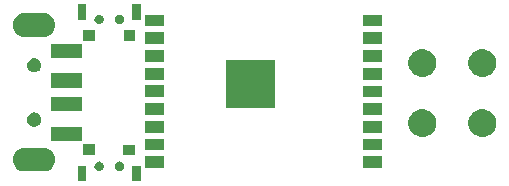
<source format=gbr>
G04 #@! TF.GenerationSoftware,KiCad,Pcbnew,(5.1.4)-1*
G04 #@! TF.CreationDate,2020-10-17T14:20:49+02:00*
G04 #@! TF.ProjectId,Long range deauther,4c6f6e67-2072-4616-9e67-652064656175,rev?*
G04 #@! TF.SameCoordinates,Original*
G04 #@! TF.FileFunction,Soldermask,Top*
G04 #@! TF.FilePolarity,Negative*
%FSLAX46Y46*%
G04 Gerber Fmt 4.6, Leading zero omitted, Abs format (unit mm)*
G04 Created by KiCad (PCBNEW (5.1.4)-1) date 2020-10-17 14:20:49*
%MOMM*%
%LPD*%
G04 APERTURE LIST*
%ADD10C,0.100000*%
G04 APERTURE END LIST*
D10*
G36*
X137601000Y-90461000D02*
G01*
X136899000Y-90461000D01*
X136899000Y-89159000D01*
X137601000Y-89159000D01*
X137601000Y-90461000D01*
X137601000Y-90461000D01*
G37*
G36*
X133001000Y-90461000D02*
G01*
X132299000Y-90461000D01*
X132299000Y-89159000D01*
X133001000Y-89159000D01*
X133001000Y-90461000D01*
X133001000Y-90461000D01*
G37*
G36*
X129577468Y-87669883D02*
G01*
X129766162Y-87727123D01*
X129940055Y-87820071D01*
X130092479Y-87945161D01*
X130217569Y-88097585D01*
X130310517Y-88271478D01*
X130310518Y-88271481D01*
X130321172Y-88306604D01*
X130367757Y-88460172D01*
X130387083Y-88656400D01*
X130367757Y-88852628D01*
X130310517Y-89041322D01*
X130217569Y-89215215D01*
X130092479Y-89367639D01*
X129940055Y-89492729D01*
X129766162Y-89585677D01*
X129577468Y-89642917D01*
X129430415Y-89657400D01*
X127732065Y-89657400D01*
X127585012Y-89642917D01*
X127396318Y-89585677D01*
X127222425Y-89492729D01*
X127070001Y-89367639D01*
X126944911Y-89215215D01*
X126851963Y-89041322D01*
X126794723Y-88852628D01*
X126775397Y-88656400D01*
X126794723Y-88460172D01*
X126841308Y-88306604D01*
X126851962Y-88271481D01*
X126851963Y-88271478D01*
X126944911Y-88097585D01*
X127070001Y-87945161D01*
X127222425Y-87820071D01*
X127396318Y-87727123D01*
X127585012Y-87669883D01*
X127732065Y-87655400D01*
X129430415Y-87655400D01*
X129577468Y-87669883D01*
X129577468Y-87669883D01*
G37*
G36*
X135878231Y-88816705D02*
G01*
X135916967Y-88824410D01*
X135947195Y-88836931D01*
X135989944Y-88854638D01*
X136055622Y-88898523D01*
X136111477Y-88954378D01*
X136155362Y-89020056D01*
X136185590Y-89093034D01*
X136201000Y-89170504D01*
X136201000Y-89249496D01*
X136185590Y-89326966D01*
X136155362Y-89399944D01*
X136111477Y-89465622D01*
X136055622Y-89521477D01*
X135989944Y-89565362D01*
X135947195Y-89583069D01*
X135916967Y-89595590D01*
X135878231Y-89603295D01*
X135839496Y-89611000D01*
X135760504Y-89611000D01*
X135721769Y-89603295D01*
X135683033Y-89595590D01*
X135652805Y-89583069D01*
X135610056Y-89565362D01*
X135544378Y-89521477D01*
X135488523Y-89465622D01*
X135444638Y-89399944D01*
X135414410Y-89326966D01*
X135399000Y-89249496D01*
X135399000Y-89170504D01*
X135414410Y-89093034D01*
X135444638Y-89020056D01*
X135488523Y-88954378D01*
X135544378Y-88898523D01*
X135610056Y-88854638D01*
X135652805Y-88836931D01*
X135683033Y-88824410D01*
X135721769Y-88816705D01*
X135760504Y-88809000D01*
X135839496Y-88809000D01*
X135878231Y-88816705D01*
X135878231Y-88816705D01*
G37*
G36*
X134178231Y-88816705D02*
G01*
X134216967Y-88824410D01*
X134247195Y-88836931D01*
X134289944Y-88854638D01*
X134355622Y-88898523D01*
X134411477Y-88954378D01*
X134455362Y-89020056D01*
X134485590Y-89093034D01*
X134501000Y-89170504D01*
X134501000Y-89249496D01*
X134485590Y-89326966D01*
X134455362Y-89399944D01*
X134411477Y-89465622D01*
X134355622Y-89521477D01*
X134289944Y-89565362D01*
X134247195Y-89583069D01*
X134216967Y-89595590D01*
X134178231Y-89603295D01*
X134139496Y-89611000D01*
X134060504Y-89611000D01*
X134021769Y-89603295D01*
X133983033Y-89595590D01*
X133952805Y-89583069D01*
X133910056Y-89565362D01*
X133844378Y-89521477D01*
X133788523Y-89465622D01*
X133744638Y-89399944D01*
X133714410Y-89326966D01*
X133699000Y-89249496D01*
X133699000Y-89170504D01*
X133714410Y-89093034D01*
X133744638Y-89020056D01*
X133788523Y-88954378D01*
X133844378Y-88898523D01*
X133910056Y-88854638D01*
X133952805Y-88836931D01*
X133983033Y-88824410D01*
X134021769Y-88816705D01*
X134060504Y-88809000D01*
X134139496Y-88809000D01*
X134178231Y-88816705D01*
X134178231Y-88816705D01*
G37*
G36*
X158051000Y-89381000D02*
G01*
X156449000Y-89381000D01*
X156449000Y-88379000D01*
X158051000Y-88379000D01*
X158051000Y-89381000D01*
X158051000Y-89381000D01*
G37*
G36*
X139591000Y-89371000D02*
G01*
X137989000Y-89371000D01*
X137989000Y-88369000D01*
X139591000Y-88369000D01*
X139591000Y-89371000D01*
X139591000Y-89371000D01*
G37*
G36*
X137151000Y-88281000D02*
G01*
X136149000Y-88281000D01*
X136149000Y-87379000D01*
X137151000Y-87379000D01*
X137151000Y-88281000D01*
X137151000Y-88281000D01*
G37*
G36*
X133741000Y-88271000D02*
G01*
X132739000Y-88271000D01*
X132739000Y-87369000D01*
X133741000Y-87369000D01*
X133741000Y-88271000D01*
X133741000Y-88271000D01*
G37*
G36*
X158051000Y-87881000D02*
G01*
X156449000Y-87881000D01*
X156449000Y-86879000D01*
X158051000Y-86879000D01*
X158051000Y-87881000D01*
X158051000Y-87881000D01*
G37*
G36*
X139591000Y-87871000D02*
G01*
X137989000Y-87871000D01*
X137989000Y-86869000D01*
X139591000Y-86869000D01*
X139591000Y-87871000D01*
X139591000Y-87871000D01*
G37*
G36*
X132632240Y-87057400D02*
G01*
X130030240Y-87057400D01*
X130030240Y-85855400D01*
X132632240Y-85855400D01*
X132632240Y-87057400D01*
X132632240Y-87057400D01*
G37*
G36*
X166725560Y-84393064D02*
G01*
X166877027Y-84423193D01*
X167091045Y-84511842D01*
X167091046Y-84511843D01*
X167283654Y-84640539D01*
X167447461Y-84804346D01*
X167493524Y-84873285D01*
X167576158Y-84996955D01*
X167664807Y-85210973D01*
X167710000Y-85438174D01*
X167710000Y-85669826D01*
X167664807Y-85897027D01*
X167576158Y-86111045D01*
X167576157Y-86111046D01*
X167447461Y-86303654D01*
X167283654Y-86467461D01*
X167155249Y-86553258D01*
X167091045Y-86596158D01*
X166877027Y-86684807D01*
X166725560Y-86714936D01*
X166649827Y-86730000D01*
X166418173Y-86730000D01*
X166342440Y-86714936D01*
X166190973Y-86684807D01*
X165976955Y-86596158D01*
X165912751Y-86553258D01*
X165784346Y-86467461D01*
X165620539Y-86303654D01*
X165491843Y-86111046D01*
X165491842Y-86111045D01*
X165403193Y-85897027D01*
X165358000Y-85669826D01*
X165358000Y-85438174D01*
X165403193Y-85210973D01*
X165491842Y-84996955D01*
X165574476Y-84873285D01*
X165620539Y-84804346D01*
X165784346Y-84640539D01*
X165976954Y-84511843D01*
X165976955Y-84511842D01*
X166190973Y-84423193D01*
X166342440Y-84393064D01*
X166418173Y-84378000D01*
X166649827Y-84378000D01*
X166725560Y-84393064D01*
X166725560Y-84393064D01*
G37*
G36*
X161645560Y-84393064D02*
G01*
X161797027Y-84423193D01*
X162011045Y-84511842D01*
X162011046Y-84511843D01*
X162203654Y-84640539D01*
X162367461Y-84804346D01*
X162413524Y-84873285D01*
X162496158Y-84996955D01*
X162584807Y-85210973D01*
X162630000Y-85438174D01*
X162630000Y-85669826D01*
X162584807Y-85897027D01*
X162496158Y-86111045D01*
X162496157Y-86111046D01*
X162367461Y-86303654D01*
X162203654Y-86467461D01*
X162075249Y-86553258D01*
X162011045Y-86596158D01*
X161797027Y-86684807D01*
X161645560Y-86714936D01*
X161569827Y-86730000D01*
X161338173Y-86730000D01*
X161262440Y-86714936D01*
X161110973Y-86684807D01*
X160896955Y-86596158D01*
X160832751Y-86553258D01*
X160704346Y-86467461D01*
X160540539Y-86303654D01*
X160411843Y-86111046D01*
X160411842Y-86111045D01*
X160323193Y-85897027D01*
X160278000Y-85669826D01*
X160278000Y-85438174D01*
X160323193Y-85210973D01*
X160411842Y-84996955D01*
X160494476Y-84873285D01*
X160540539Y-84804346D01*
X160704346Y-84640539D01*
X160896954Y-84511843D01*
X160896955Y-84511842D01*
X161110973Y-84423193D01*
X161262440Y-84393064D01*
X161338173Y-84378000D01*
X161569827Y-84378000D01*
X161645560Y-84393064D01*
X161645560Y-84393064D01*
G37*
G36*
X158051000Y-86381000D02*
G01*
X156449000Y-86381000D01*
X156449000Y-85379000D01*
X158051000Y-85379000D01*
X158051000Y-86381000D01*
X158051000Y-86381000D01*
G37*
G36*
X139591000Y-86371000D02*
G01*
X137989000Y-86371000D01*
X137989000Y-85369000D01*
X139591000Y-85369000D01*
X139591000Y-86371000D01*
X139591000Y-86371000D01*
G37*
G36*
X128717841Y-84670797D02*
G01*
X128756545Y-84678496D01*
X128788580Y-84691765D01*
X128865920Y-84723800D01*
X128964355Y-84789573D01*
X129048067Y-84873285D01*
X129113840Y-84971720D01*
X129159144Y-85081096D01*
X129182240Y-85197205D01*
X129182240Y-85315595D01*
X129159144Y-85431704D01*
X129113840Y-85541080D01*
X129048067Y-85639515D01*
X128964355Y-85723227D01*
X128865920Y-85789000D01*
X128788580Y-85821035D01*
X128756545Y-85834304D01*
X128717841Y-85842003D01*
X128640435Y-85857400D01*
X128522045Y-85857400D01*
X128444639Y-85842003D01*
X128405935Y-85834304D01*
X128373900Y-85821035D01*
X128296560Y-85789000D01*
X128198125Y-85723227D01*
X128114413Y-85639515D01*
X128048640Y-85541080D01*
X128003336Y-85431704D01*
X127980240Y-85315595D01*
X127980240Y-85197205D01*
X128003336Y-85081096D01*
X128048640Y-84971720D01*
X128114413Y-84873285D01*
X128198125Y-84789573D01*
X128296560Y-84723800D01*
X128373900Y-84691765D01*
X128405935Y-84678496D01*
X128444639Y-84670797D01*
X128522045Y-84655400D01*
X128640435Y-84655400D01*
X128717841Y-84670797D01*
X128717841Y-84670797D01*
G37*
G36*
X158051000Y-84881000D02*
G01*
X156449000Y-84881000D01*
X156449000Y-83879000D01*
X158051000Y-83879000D01*
X158051000Y-84881000D01*
X158051000Y-84881000D01*
G37*
G36*
X139591000Y-84871000D02*
G01*
X137989000Y-84871000D01*
X137989000Y-83869000D01*
X139591000Y-83869000D01*
X139591000Y-84871000D01*
X139591000Y-84871000D01*
G37*
G36*
X132632240Y-84557400D02*
G01*
X130030240Y-84557400D01*
X130030240Y-83355400D01*
X132632240Y-83355400D01*
X132632240Y-84557400D01*
X132632240Y-84557400D01*
G37*
G36*
X148951000Y-84291000D02*
G01*
X144849000Y-84291000D01*
X144849000Y-80189000D01*
X148951000Y-80189000D01*
X148951000Y-84291000D01*
X148951000Y-84291000D01*
G37*
G36*
X158051000Y-83381000D02*
G01*
X156449000Y-83381000D01*
X156449000Y-82379000D01*
X158051000Y-82379000D01*
X158051000Y-83381000D01*
X158051000Y-83381000D01*
G37*
G36*
X139591000Y-83371000D02*
G01*
X137989000Y-83371000D01*
X137989000Y-82369000D01*
X139591000Y-82369000D01*
X139591000Y-83371000D01*
X139591000Y-83371000D01*
G37*
G36*
X132632240Y-82557400D02*
G01*
X130030240Y-82557400D01*
X130030240Y-81355400D01*
X132632240Y-81355400D01*
X132632240Y-82557400D01*
X132632240Y-82557400D01*
G37*
G36*
X158051000Y-81881000D02*
G01*
X156449000Y-81881000D01*
X156449000Y-80879000D01*
X158051000Y-80879000D01*
X158051000Y-81881000D01*
X158051000Y-81881000D01*
G37*
G36*
X139591000Y-81871000D02*
G01*
X137989000Y-81871000D01*
X137989000Y-80869000D01*
X139591000Y-80869000D01*
X139591000Y-81871000D01*
X139591000Y-81871000D01*
G37*
G36*
X166725560Y-79313064D02*
G01*
X166877027Y-79343193D01*
X167091045Y-79431842D01*
X167091046Y-79431843D01*
X167283654Y-79560539D01*
X167447461Y-79724346D01*
X167533258Y-79852751D01*
X167576158Y-79916955D01*
X167664807Y-80130973D01*
X167710000Y-80358174D01*
X167710000Y-80589826D01*
X167664807Y-80817027D01*
X167576158Y-81031045D01*
X167533258Y-81095249D01*
X167447461Y-81223654D01*
X167283654Y-81387461D01*
X167155249Y-81473258D01*
X167091045Y-81516158D01*
X166877027Y-81604807D01*
X166725560Y-81634936D01*
X166649827Y-81650000D01*
X166418173Y-81650000D01*
X166342440Y-81634936D01*
X166190973Y-81604807D01*
X165976955Y-81516158D01*
X165912751Y-81473258D01*
X165784346Y-81387461D01*
X165620539Y-81223654D01*
X165534742Y-81095249D01*
X165491842Y-81031045D01*
X165403193Y-80817027D01*
X165358000Y-80589826D01*
X165358000Y-80358174D01*
X165403193Y-80130973D01*
X165491842Y-79916955D01*
X165534742Y-79852751D01*
X165620539Y-79724346D01*
X165784346Y-79560539D01*
X165976954Y-79431843D01*
X165976955Y-79431842D01*
X166190973Y-79343193D01*
X166342440Y-79313064D01*
X166418173Y-79298000D01*
X166649827Y-79298000D01*
X166725560Y-79313064D01*
X166725560Y-79313064D01*
G37*
G36*
X161645560Y-79313064D02*
G01*
X161797027Y-79343193D01*
X162011045Y-79431842D01*
X162011046Y-79431843D01*
X162203654Y-79560539D01*
X162367461Y-79724346D01*
X162453258Y-79852751D01*
X162496158Y-79916955D01*
X162584807Y-80130973D01*
X162630000Y-80358174D01*
X162630000Y-80589826D01*
X162584807Y-80817027D01*
X162496158Y-81031045D01*
X162453258Y-81095249D01*
X162367461Y-81223654D01*
X162203654Y-81387461D01*
X162075249Y-81473258D01*
X162011045Y-81516158D01*
X161797027Y-81604807D01*
X161645560Y-81634936D01*
X161569827Y-81650000D01*
X161338173Y-81650000D01*
X161262440Y-81634936D01*
X161110973Y-81604807D01*
X160896955Y-81516158D01*
X160832751Y-81473258D01*
X160704346Y-81387461D01*
X160540539Y-81223654D01*
X160454742Y-81095249D01*
X160411842Y-81031045D01*
X160323193Y-80817027D01*
X160278000Y-80589826D01*
X160278000Y-80358174D01*
X160323193Y-80130973D01*
X160411842Y-79916955D01*
X160454742Y-79852751D01*
X160540539Y-79724346D01*
X160704346Y-79560539D01*
X160896954Y-79431843D01*
X160896955Y-79431842D01*
X161110973Y-79343193D01*
X161262440Y-79313064D01*
X161338173Y-79298000D01*
X161569827Y-79298000D01*
X161645560Y-79313064D01*
X161645560Y-79313064D01*
G37*
G36*
X128717841Y-80070797D02*
G01*
X128756545Y-80078496D01*
X128788580Y-80091765D01*
X128865920Y-80123800D01*
X128964355Y-80189573D01*
X129048067Y-80273285D01*
X129113840Y-80371720D01*
X129145875Y-80449060D01*
X129159144Y-80481095D01*
X129182240Y-80597207D01*
X129182240Y-80715593D01*
X129162064Y-80817027D01*
X129159144Y-80831704D01*
X129113840Y-80941080D01*
X129048067Y-81039515D01*
X128964355Y-81123227D01*
X128865920Y-81189000D01*
X128788580Y-81221035D01*
X128756545Y-81234304D01*
X128717841Y-81242003D01*
X128640435Y-81257400D01*
X128522045Y-81257400D01*
X128444639Y-81242003D01*
X128405935Y-81234304D01*
X128373900Y-81221035D01*
X128296560Y-81189000D01*
X128198125Y-81123227D01*
X128114413Y-81039515D01*
X128048640Y-80941080D01*
X128003336Y-80831704D01*
X128000417Y-80817027D01*
X127980240Y-80715593D01*
X127980240Y-80597207D01*
X128003336Y-80481095D01*
X128016605Y-80449060D01*
X128048640Y-80371720D01*
X128114413Y-80273285D01*
X128198125Y-80189573D01*
X128296560Y-80123800D01*
X128373900Y-80091765D01*
X128405935Y-80078496D01*
X128444639Y-80070797D01*
X128522045Y-80055400D01*
X128640435Y-80055400D01*
X128717841Y-80070797D01*
X128717841Y-80070797D01*
G37*
G36*
X158051000Y-80381000D02*
G01*
X156449000Y-80381000D01*
X156449000Y-79379000D01*
X158051000Y-79379000D01*
X158051000Y-80381000D01*
X158051000Y-80381000D01*
G37*
G36*
X139591000Y-80371000D02*
G01*
X137989000Y-80371000D01*
X137989000Y-79369000D01*
X139591000Y-79369000D01*
X139591000Y-80371000D01*
X139591000Y-80371000D01*
G37*
G36*
X132632240Y-80057400D02*
G01*
X130030240Y-80057400D01*
X130030240Y-78855400D01*
X132632240Y-78855400D01*
X132632240Y-80057400D01*
X132632240Y-80057400D01*
G37*
G36*
X158051000Y-78881000D02*
G01*
X156449000Y-78881000D01*
X156449000Y-77879000D01*
X158051000Y-77879000D01*
X158051000Y-78881000D01*
X158051000Y-78881000D01*
G37*
G36*
X139591000Y-78871000D02*
G01*
X137989000Y-78871000D01*
X137989000Y-77869000D01*
X139591000Y-77869000D01*
X139591000Y-78871000D01*
X139591000Y-78871000D01*
G37*
G36*
X137161000Y-78611000D02*
G01*
X136159000Y-78611000D01*
X136159000Y-77709000D01*
X137161000Y-77709000D01*
X137161000Y-78611000D01*
X137161000Y-78611000D01*
G37*
G36*
X133751000Y-78601000D02*
G01*
X132749000Y-78601000D01*
X132749000Y-77699000D01*
X133751000Y-77699000D01*
X133751000Y-78601000D01*
X133751000Y-78601000D01*
G37*
G36*
X129577468Y-76269883D02*
G01*
X129766162Y-76327123D01*
X129940055Y-76420071D01*
X130092479Y-76545161D01*
X130217569Y-76697585D01*
X130310517Y-76871478D01*
X130367757Y-77060172D01*
X130387083Y-77256400D01*
X130367757Y-77452628D01*
X130310517Y-77641322D01*
X130217569Y-77815215D01*
X130092479Y-77967639D01*
X129940055Y-78092729D01*
X129766162Y-78185677D01*
X129577468Y-78242917D01*
X129430415Y-78257400D01*
X127732065Y-78257400D01*
X127585012Y-78242917D01*
X127396318Y-78185677D01*
X127222425Y-78092729D01*
X127070001Y-77967639D01*
X126944911Y-77815215D01*
X126851963Y-77641322D01*
X126794723Y-77452628D01*
X126775397Y-77256400D01*
X126794723Y-77060172D01*
X126851963Y-76871478D01*
X126944911Y-76697585D01*
X127070001Y-76545161D01*
X127222425Y-76420071D01*
X127396318Y-76327123D01*
X127585012Y-76269883D01*
X127732065Y-76255400D01*
X129430415Y-76255400D01*
X129577468Y-76269883D01*
X129577468Y-76269883D01*
G37*
G36*
X158051000Y-77381000D02*
G01*
X156449000Y-77381000D01*
X156449000Y-76379000D01*
X158051000Y-76379000D01*
X158051000Y-77381000D01*
X158051000Y-77381000D01*
G37*
G36*
X139591000Y-77371000D02*
G01*
X137989000Y-77371000D01*
X137989000Y-76369000D01*
X139591000Y-76369000D01*
X139591000Y-77371000D01*
X139591000Y-77371000D01*
G37*
G36*
X134178231Y-76376705D02*
G01*
X134216967Y-76384410D01*
X134247195Y-76396931D01*
X134289944Y-76414638D01*
X134355622Y-76458523D01*
X134411477Y-76514378D01*
X134455362Y-76580056D01*
X134485590Y-76653034D01*
X134501000Y-76730504D01*
X134501000Y-76809496D01*
X134485590Y-76886966D01*
X134455362Y-76959944D01*
X134411477Y-77025622D01*
X134355622Y-77081477D01*
X134289944Y-77125362D01*
X134247195Y-77143069D01*
X134216967Y-77155590D01*
X134178231Y-77163295D01*
X134139496Y-77171000D01*
X134060504Y-77171000D01*
X134021769Y-77163295D01*
X133983033Y-77155590D01*
X133952805Y-77143069D01*
X133910056Y-77125362D01*
X133844378Y-77081477D01*
X133788523Y-77025622D01*
X133744638Y-76959944D01*
X133714410Y-76886966D01*
X133699000Y-76809496D01*
X133699000Y-76730504D01*
X133714410Y-76653034D01*
X133744638Y-76580056D01*
X133788523Y-76514378D01*
X133844378Y-76458523D01*
X133910056Y-76414638D01*
X133952805Y-76396931D01*
X133983033Y-76384410D01*
X134021769Y-76376705D01*
X134060504Y-76369000D01*
X134139496Y-76369000D01*
X134178231Y-76376705D01*
X134178231Y-76376705D01*
G37*
G36*
X135878231Y-76376705D02*
G01*
X135916967Y-76384410D01*
X135947195Y-76396931D01*
X135989944Y-76414638D01*
X136055622Y-76458523D01*
X136111477Y-76514378D01*
X136155362Y-76580056D01*
X136185590Y-76653034D01*
X136201000Y-76730504D01*
X136201000Y-76809496D01*
X136185590Y-76886966D01*
X136155362Y-76959944D01*
X136111477Y-77025622D01*
X136055622Y-77081477D01*
X135989944Y-77125362D01*
X135947195Y-77143069D01*
X135916967Y-77155590D01*
X135878231Y-77163295D01*
X135839496Y-77171000D01*
X135760504Y-77171000D01*
X135721769Y-77163295D01*
X135683033Y-77155590D01*
X135652805Y-77143069D01*
X135610056Y-77125362D01*
X135544378Y-77081477D01*
X135488523Y-77025622D01*
X135444638Y-76959944D01*
X135414410Y-76886966D01*
X135399000Y-76809496D01*
X135399000Y-76730504D01*
X135414410Y-76653034D01*
X135444638Y-76580056D01*
X135488523Y-76514378D01*
X135544378Y-76458523D01*
X135610056Y-76414638D01*
X135652805Y-76396931D01*
X135683033Y-76384410D01*
X135721769Y-76376705D01*
X135760504Y-76369000D01*
X135839496Y-76369000D01*
X135878231Y-76376705D01*
X135878231Y-76376705D01*
G37*
G36*
X133001000Y-76821000D02*
G01*
X132299000Y-76821000D01*
X132299000Y-75519000D01*
X133001000Y-75519000D01*
X133001000Y-76821000D01*
X133001000Y-76821000D01*
G37*
G36*
X137601000Y-76821000D02*
G01*
X136899000Y-76821000D01*
X136899000Y-75519000D01*
X137601000Y-75519000D01*
X137601000Y-76821000D01*
X137601000Y-76821000D01*
G37*
M02*

</source>
